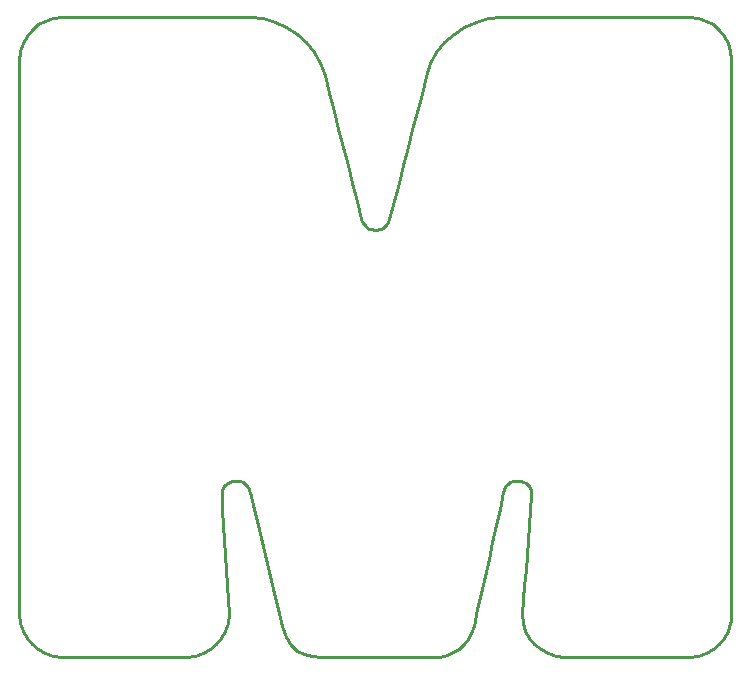
<source format=gm1>
G04 #@! TF.GenerationSoftware,KiCad,Pcbnew,5.0.2-bee76a0~70~ubuntu16.04.1*
G04 #@! TF.CreationDate,2019-01-04T08:40:48-07:00*
G04 #@! TF.ProjectId,MakerCozumel,4d616b65-7243-46f7-9a75-6d656c2e6b69,rev?*
G04 #@! TF.SameCoordinates,Original*
G04 #@! TF.FileFunction,Profile,NP*
%FSLAX46Y46*%
G04 Gerber Fmt 4.6, Leading zero omitted, Abs format (unit mm)*
G04 Created by KiCad (PCBNEW 5.0.2-bee76a0~70~ubuntu16.04.1) date Fri 04 Jan 2019 08:40:48 MST*
%MOMM*%
%LPD*%
G01*
G04 APERTURE LIST*
G04 #@! TA.AperFunction,NonConductor*
%ADD10C,0.264375*%
G04 #@! TD*
G04 APERTURE END LIST*
D10*
G04 #@! TO.C,svg2mod*
X155744042Y-132436845D02*
X154422359Y-132436845D01*
X157065723Y-132436845D02*
X155744042Y-132436845D01*
X158387406Y-132436845D02*
X157065723Y-132436845D01*
X159709087Y-132436845D02*
X158387406Y-132436845D01*
X161030770Y-132436845D02*
X159709087Y-132436845D01*
X162352453Y-132436845D02*
X161030770Y-132436845D01*
X163674134Y-132436845D02*
X162352453Y-132436845D01*
X164995817Y-132436845D02*
X163674134Y-132436845D01*
X165718354Y-132364824D02*
X164995817Y-132436845D01*
X166389780Y-132158051D02*
X165718354Y-132364824D01*
X166996154Y-131830470D02*
X166389780Y-132158051D01*
X167523537Y-131396020D02*
X166996154Y-131830470D01*
X167957987Y-130868637D02*
X167523537Y-131396020D01*
X168285568Y-130262263D02*
X167957987Y-130868637D01*
X168492341Y-129590840D02*
X168285568Y-130262263D01*
X168523524Y-129414454D02*
X168492341Y-129590840D01*
X168546074Y-129235090D02*
X168523524Y-129414454D01*
X168559761Y-129052966D02*
X168546074Y-129235090D01*
X168564362Y-128868303D02*
X168559761Y-129052966D01*
X168564362Y-127399997D02*
X168564362Y-128868303D01*
X168564362Y-125931690D02*
X168564362Y-127399997D01*
X168564362Y-124463381D02*
X168564362Y-125931690D01*
X168564362Y-122995075D02*
X168564362Y-124463381D01*
X168564362Y-121526769D02*
X168564362Y-122995075D01*
X168564362Y-120058463D02*
X168564362Y-121526769D01*
X168564362Y-118590157D02*
X168564362Y-120058463D01*
X168564362Y-117121850D02*
X168564362Y-118590157D01*
X168564362Y-115653541D02*
X168564362Y-117121850D01*
X168564362Y-114185235D02*
X168564362Y-115653541D01*
X168564362Y-112716929D02*
X168564362Y-114185235D01*
X168564362Y-111248623D02*
X168564362Y-112716929D01*
X168564362Y-109780316D02*
X168564362Y-111248623D01*
X168564362Y-108312010D02*
X168564362Y-109780316D01*
X168564362Y-106843701D02*
X168564362Y-108312010D01*
X168564362Y-105375395D02*
X168564362Y-106843701D01*
X168564362Y-103907089D02*
X168564362Y-105375395D01*
X168564362Y-102438782D02*
X168564362Y-103907089D01*
X168564362Y-100970476D02*
X168564362Y-102438782D01*
X168564362Y-99502169D02*
X168564362Y-100970476D01*
X168564362Y-98033862D02*
X168564362Y-99502169D01*
X168564362Y-96565556D02*
X168564362Y-98033862D01*
X168564362Y-95097249D02*
X168564362Y-96565556D01*
X168564362Y-93628942D02*
X168564362Y-95097249D01*
X168564362Y-92160636D02*
X168564362Y-93628942D01*
X168564362Y-90692329D02*
X168564362Y-92160636D01*
X168564362Y-89224022D02*
X168564362Y-90692329D01*
X168564362Y-87755716D02*
X168564362Y-89224022D01*
X168564362Y-86287409D02*
X168564362Y-87755716D01*
X168564362Y-84819102D02*
X168564362Y-86287409D01*
X168564362Y-83350796D02*
X168564362Y-84819102D01*
X168564362Y-81882489D02*
X168564362Y-83350796D01*
X168492341Y-81159952D02*
X168564362Y-81882489D01*
X168285568Y-80488527D02*
X168492341Y-81159952D01*
X167957987Y-79882153D02*
X168285568Y-80488527D01*
X167523537Y-79354771D02*
X167957987Y-79882153D01*
X166996154Y-78920320D02*
X167523537Y-79354771D01*
X166389780Y-78592738D02*
X166996154Y-78920320D01*
X165718354Y-78385967D02*
X166389780Y-78592738D01*
X164995817Y-78313946D02*
X165718354Y-78385967D01*
X163005033Y-78313946D02*
X164995817Y-78313946D01*
X161014249Y-78313946D02*
X163005033Y-78313946D01*
X159023464Y-78313946D02*
X161014249Y-78313946D01*
X157032680Y-78313946D02*
X159023464Y-78313946D01*
X155041896Y-78313946D02*
X157032680Y-78313946D01*
X153051112Y-78313946D02*
X155041896Y-78313946D01*
X151060328Y-78313946D02*
X153051112Y-78313946D01*
X149069544Y-78313946D02*
X151060328Y-78313946D01*
X147972961Y-78407651D02*
X149069544Y-78313946D01*
X146925942Y-78679474D02*
X147972961Y-78407651D01*
X145947068Y-79115474D02*
X146925942Y-78679474D01*
X145054933Y-79701713D02*
X145947068Y-79115474D01*
X144268120Y-80424250D02*
X145054933Y-79701713D01*
X143605214Y-81269146D02*
X144268120Y-80424250D01*
X143084801Y-82222461D02*
X143605214Y-81269146D01*
X142725468Y-83270256D02*
X143084801Y-82222461D01*
X142337223Y-84781930D02*
X142725468Y-83270256D01*
X141948978Y-86293604D02*
X142337223Y-84781930D01*
X141560734Y-87805279D02*
X141948978Y-86293604D01*
X141172489Y-89316953D02*
X141560734Y-87805279D01*
X140784247Y-90828627D02*
X141172489Y-89316953D01*
X140396003Y-92340302D02*
X140784247Y-90828627D01*
X140007758Y-93851976D02*
X140396003Y-92340302D01*
X139619514Y-95363650D02*
X140007758Y-93851976D01*
X139527743Y-95631085D02*
X139619514Y-95363650D01*
X139405773Y-95842760D02*
X139527743Y-95631085D01*
X139260569Y-96004873D02*
X139405773Y-95842760D01*
X139099101Y-96123618D02*
X139260569Y-96004873D01*
X138928343Y-96205191D02*
X139099101Y-96123618D01*
X138755259Y-96255786D02*
X138928343Y-96205191D01*
X138586820Y-96281601D02*
X138755259Y-96255786D01*
X138430001Y-96288829D02*
X138586820Y-96281601D01*
X138273181Y-96281601D02*
X138430001Y-96288829D01*
X138104742Y-96255786D02*
X138273181Y-96281601D01*
X137931658Y-96205191D02*
X138104742Y-96255786D01*
X137760897Y-96123618D02*
X137931658Y-96205191D01*
X137599429Y-96004873D02*
X137760897Y-96123618D01*
X137454226Y-95842760D02*
X137599429Y-96004873D01*
X137332255Y-95631085D02*
X137454226Y-95842760D01*
X137240485Y-95363650D02*
X137332255Y-95631085D01*
X136852240Y-93843716D02*
X137240485Y-95363650D01*
X136463995Y-92323781D02*
X136852240Y-93843716D01*
X136075751Y-90803846D02*
X136463995Y-92323781D01*
X135687509Y-89283911D02*
X136075751Y-90803846D01*
X135299264Y-87763976D02*
X135687509Y-89283911D01*
X134911020Y-86244041D02*
X135299264Y-87763976D01*
X134522775Y-84724106D02*
X134911020Y-86244041D01*
X134134531Y-83204171D02*
X134522775Y-84724106D01*
X133756226Y-82178189D02*
X134134531Y-83204171D01*
X133226907Y-81241266D02*
X133756226Y-82178189D01*
X132562839Y-80408116D02*
X133226907Y-81241266D01*
X131780285Y-79693452D02*
X132562839Y-80408116D01*
X130895506Y-79111989D02*
X131780285Y-79693452D01*
X129924766Y-78678441D02*
X130895506Y-79111989D01*
X128884329Y-78407522D02*
X129924766Y-78678441D01*
X127790456Y-78313946D02*
X128884329Y-78407522D01*
X125799671Y-78313946D02*
X127790456Y-78313946D01*
X123808887Y-78313946D02*
X125799671Y-78313946D01*
X121818103Y-78313946D02*
X123808887Y-78313946D01*
X119827318Y-78313946D02*
X121818103Y-78313946D01*
X117836534Y-78313946D02*
X119827318Y-78313946D01*
X115845750Y-78313946D02*
X117836534Y-78313946D01*
X113854966Y-78313946D02*
X115845750Y-78313946D01*
X111864181Y-78313946D02*
X113854966Y-78313946D01*
X111141644Y-78385967D02*
X111864181Y-78313946D01*
X110470219Y-78592738D02*
X111141644Y-78385967D01*
X109863846Y-78920320D02*
X110470219Y-78592738D01*
X109336463Y-79354771D02*
X109863846Y-78920320D01*
X108902012Y-79882153D02*
X109336463Y-79354771D01*
X108574431Y-80488527D02*
X108902012Y-79882153D01*
X108367660Y-81159952D02*
X108574431Y-80488527D01*
X108336477Y-81336339D02*
X108367660Y-81159952D01*
X108313934Y-81515703D02*
X108336477Y-81336339D01*
X108300249Y-81697825D02*
X108313934Y-81515703D01*
X108295638Y-81882489D02*
X108300249Y-81697825D01*
X108295638Y-83350796D02*
X108295638Y-81882489D01*
X108295638Y-84819102D02*
X108295638Y-83350796D01*
X108295638Y-86287409D02*
X108295638Y-84819102D01*
X108295638Y-87755716D02*
X108295638Y-86287409D01*
X108295638Y-89224022D02*
X108295638Y-87755716D01*
X108295638Y-90692329D02*
X108295638Y-89224022D01*
X108295638Y-92160636D02*
X108295638Y-90692329D01*
X108295638Y-93628942D02*
X108295638Y-92160636D01*
X108295638Y-95097249D02*
X108295638Y-93628942D01*
X108295638Y-96565556D02*
X108295638Y-95097249D01*
X108295638Y-98033862D02*
X108295638Y-96565556D01*
X108295638Y-99502169D02*
X108295638Y-98033862D01*
X108295638Y-100970476D02*
X108295638Y-99502169D01*
X108295638Y-102438782D02*
X108295638Y-100970476D01*
X108295638Y-103907089D02*
X108295638Y-102438782D01*
X108295638Y-105375395D02*
X108295638Y-103907089D01*
X108295638Y-106843701D02*
X108295638Y-105375395D01*
X108295638Y-108312010D02*
X108295638Y-106843701D01*
X108295638Y-109780316D02*
X108295638Y-108312010D01*
X108295638Y-111248623D02*
X108295638Y-109780316D01*
X108295638Y-112716929D02*
X108295638Y-111248623D01*
X108295638Y-114185235D02*
X108295638Y-112716929D01*
X108295638Y-115653541D02*
X108295638Y-114185235D01*
X108295638Y-117121850D02*
X108295638Y-115653541D01*
X108295638Y-118590157D02*
X108295638Y-117121850D01*
X108295638Y-120058463D02*
X108295638Y-118590157D01*
X108295638Y-121526769D02*
X108295638Y-120058463D01*
X108295638Y-122995075D02*
X108295638Y-121526769D01*
X108295638Y-124463381D02*
X108295638Y-122995075D01*
X108295638Y-125931690D02*
X108295638Y-124463381D01*
X108295638Y-127399997D02*
X108295638Y-125931690D01*
X108295638Y-128868303D02*
X108295638Y-127399997D01*
X108367660Y-129590840D02*
X108295638Y-128868303D01*
X108574431Y-130262263D02*
X108367660Y-129590840D01*
X108902012Y-130868637D02*
X108574431Y-130262263D01*
X109336463Y-131396020D02*
X108902012Y-130868637D01*
X109863846Y-131830459D02*
X109336463Y-131396020D01*
X110470219Y-132158040D02*
X109863846Y-131830459D01*
X111141644Y-132364813D02*
X110470219Y-132158040D01*
X111864181Y-132436833D02*
X111141644Y-132364813D01*
X113185864Y-132436833D02*
X111864181Y-132436833D01*
X114507546Y-132436833D02*
X113185864Y-132436833D01*
X115829229Y-132436833D02*
X114507546Y-132436833D01*
X117150911Y-132436833D02*
X115829229Y-132436833D01*
X118472594Y-132436833D02*
X117150911Y-132436833D01*
X119794276Y-132436833D02*
X118472594Y-132436833D01*
X121115959Y-132436833D02*
X119794276Y-132436833D01*
X122437641Y-132436833D02*
X121115959Y-132436833D01*
X123160178Y-132364813D02*
X122437641Y-132436833D01*
X123831603Y-132158040D02*
X123160178Y-132364813D01*
X124437977Y-131830459D02*
X123831603Y-132158040D01*
X124965359Y-131396009D02*
X124437977Y-131830459D01*
X125399810Y-130868626D02*
X124965359Y-131396009D01*
X125727392Y-130262252D02*
X125399810Y-130868626D01*
X125934163Y-129590828D02*
X125727392Y-130262252D01*
X126006184Y-128868291D02*
X125934163Y-129590828D01*
X125931839Y-127604433D02*
X126006184Y-128868291D01*
X125857495Y-126340574D02*
X125931839Y-127604433D01*
X125783150Y-125076715D02*
X125857495Y-126340574D01*
X125708805Y-123812853D02*
X125783150Y-125076715D01*
X125634461Y-122548995D02*
X125708805Y-123812853D01*
X125560116Y-121285136D02*
X125634461Y-122548995D01*
X125485772Y-120021277D02*
X125560116Y-121285136D01*
X125411427Y-118757418D02*
X125485772Y-120021277D01*
X125451826Y-118383759D02*
X125411427Y-118757418D01*
X125561149Y-118097611D02*
X125451826Y-118383759D01*
X125721584Y-117887353D02*
X125561149Y-118097611D01*
X125915318Y-117741376D02*
X125721584Y-117887353D01*
X126124542Y-117648056D02*
X125915318Y-117741376D01*
X126331442Y-117595783D02*
X126124542Y-117648056D01*
X126518207Y-117572951D02*
X126331442Y-117595783D01*
X126667025Y-117567928D02*
X126518207Y-117572951D01*
X126978215Y-117599551D02*
X126667025Y-117567928D01*
X127223578Y-117684607D02*
X126978215Y-117599551D01*
X127411633Y-117808387D02*
X127223578Y-117684607D01*
X127550901Y-117956173D02*
X127411633Y-117808387D01*
X127649898Y-118113252D02*
X127550901Y-117956173D01*
X127717144Y-118264910D02*
X127649898Y-118113252D01*
X127761156Y-118396431D02*
X127717144Y-118264910D01*
X127790456Y-118493106D02*
X127761156Y-118396431D01*
X128137397Y-119913914D02*
X127790456Y-118493106D01*
X128484339Y-121334722D02*
X128137397Y-119913914D01*
X128831281Y-122755531D02*
X128484339Y-121334722D01*
X129178222Y-124176339D02*
X128831281Y-122755531D01*
X129525164Y-125597150D02*
X129178222Y-124176339D01*
X129872105Y-127017958D02*
X129525164Y-125597150D01*
X130219047Y-128438766D02*
X129872105Y-127017958D01*
X130565989Y-129859574D02*
X130219047Y-128438766D01*
X130896151Y-130789011D02*
X130565989Y-129859574D01*
X131299109Y-131471408D02*
X130896151Y-130789011D01*
X131785705Y-131944708D02*
X131299109Y-131471408D01*
X132366781Y-132246861D02*
X131785705Y-131944708D01*
X133053178Y-132415816D02*
X132366781Y-132246861D01*
X133855739Y-132489516D02*
X133053178Y-132415816D01*
X134785306Y-132505913D02*
X133855739Y-132489516D01*
X135852719Y-132502949D02*
X134785306Y-132505913D01*
X136786158Y-132502949D02*
X135852719Y-132502949D01*
X137719596Y-132502949D02*
X136786158Y-132502949D01*
X138653035Y-132502949D02*
X137719596Y-132502949D01*
X139586471Y-132502949D02*
X138653035Y-132502949D01*
X140519910Y-132502949D02*
X139586471Y-132502949D01*
X141453348Y-132502949D02*
X140519910Y-132502949D01*
X142386787Y-132502949D02*
X141453348Y-132502949D01*
X143320226Y-132502949D02*
X142386787Y-132502949D01*
X143925953Y-132454419D02*
X143320226Y-132502949D01*
X144498382Y-132312957D02*
X143925953Y-132454419D01*
X145028991Y-132084761D02*
X144498382Y-132312957D01*
X145509262Y-131776024D02*
X145028991Y-132084761D01*
X145930677Y-131392944D02*
X145509262Y-131776024D01*
X146284719Y-130941713D02*
X145930677Y-131392944D01*
X146562866Y-130428529D02*
X146284719Y-130941713D01*
X146756600Y-129859586D02*
X146562866Y-130428529D01*
X147070499Y-128438777D02*
X146756600Y-129859586D01*
X147384398Y-127017969D02*
X147070499Y-128438777D01*
X147698299Y-125597161D02*
X147384398Y-127017969D01*
X148012198Y-124176350D02*
X147698299Y-125597161D01*
X148326097Y-122755542D02*
X148012198Y-124176350D01*
X148639996Y-121334734D02*
X148326097Y-122755542D01*
X148953897Y-119913925D02*
X148639996Y-121334734D01*
X149267796Y-118493117D02*
X148953897Y-119913925D01*
X149297096Y-118377471D02*
X149267796Y-118493117D01*
X149341109Y-118237040D02*
X149297096Y-118377471D01*
X149408354Y-118084222D02*
X149341109Y-118237040D01*
X149507352Y-117931402D02*
X149408354Y-118084222D01*
X149646617Y-117790974D02*
X149507352Y-117931402D01*
X149834673Y-117675325D02*
X149646617Y-117790974D01*
X150080037Y-117596850D02*
X149834673Y-117675325D01*
X150391227Y-117567939D02*
X150080037Y-117596850D01*
X150540045Y-117572963D02*
X150391227Y-117567939D01*
X150726809Y-117595795D02*
X150540045Y-117572963D01*
X150933709Y-117648068D02*
X150726809Y-117595795D01*
X151142934Y-117741387D02*
X150933709Y-117648068D01*
X151336668Y-117887364D02*
X151142934Y-117741387D01*
X151497103Y-118097622D02*
X151336668Y-117887364D01*
X151606425Y-118383770D02*
X151497103Y-118097622D01*
X151646825Y-118757430D02*
X151606425Y-118383770D01*
X151547697Y-120021288D02*
X151646825Y-118757430D01*
X151448572Y-121285147D02*
X151547697Y-120021288D01*
X151349445Y-122549006D02*
X151448572Y-121285147D01*
X151250320Y-123812865D02*
X151349445Y-122549006D01*
X151151192Y-125076726D02*
X151250320Y-123812865D01*
X151052067Y-126340585D02*
X151151192Y-125076726D01*
X150952942Y-127604444D02*
X151052067Y-126340585D01*
X150853814Y-128868303D02*
X150952942Y-127604444D01*
X150925835Y-129590840D02*
X150853814Y-128868303D01*
X151132608Y-130262263D02*
X150925835Y-129590840D01*
X151460189Y-130868637D02*
X151132608Y-130262263D01*
X151894641Y-131396020D02*
X151460189Y-130868637D01*
X152422024Y-131830470D02*
X151894641Y-131396020D01*
X153028396Y-132158051D02*
X152422024Y-131830470D01*
X153699822Y-132364824D02*
X153028396Y-132158051D01*
X154422359Y-132436845D02*
X153699822Y-132364824D01*
G04 #@! TD*
M02*

</source>
